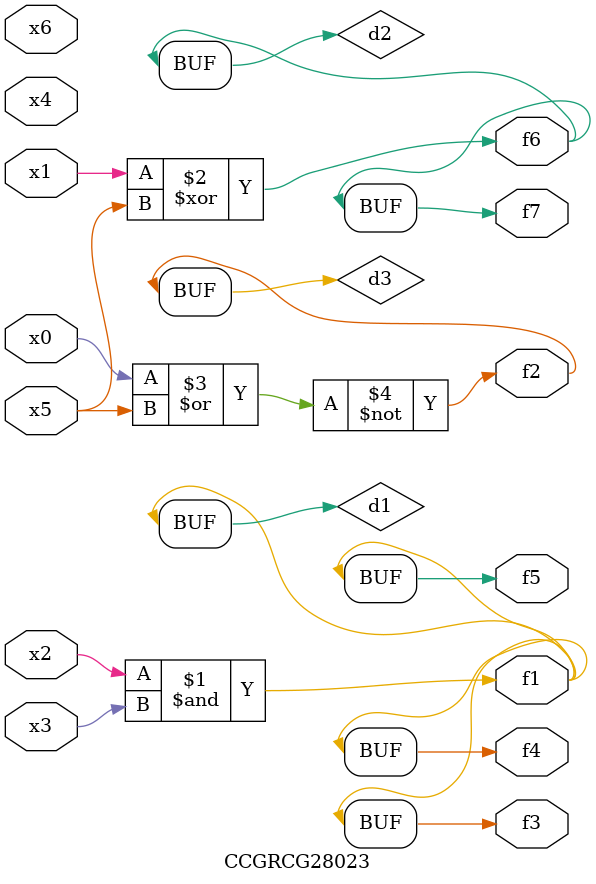
<source format=v>
module CCGRCG28023(
	input x0, x1, x2, x3, x4, x5, x6,
	output f1, f2, f3, f4, f5, f6, f7
);

	wire d1, d2, d3;

	and (d1, x2, x3);
	xor (d2, x1, x5);
	nor (d3, x0, x5);
	assign f1 = d1;
	assign f2 = d3;
	assign f3 = d1;
	assign f4 = d1;
	assign f5 = d1;
	assign f6 = d2;
	assign f7 = d2;
endmodule

</source>
